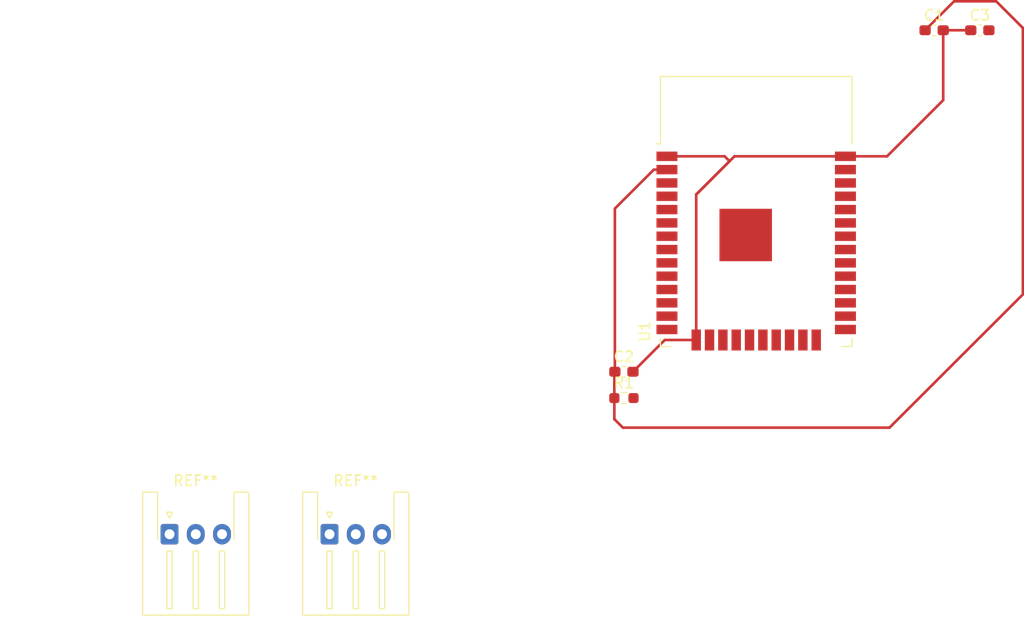
<source format=kicad_pcb>
(kicad_pcb (version 20211014) (generator pcbnew)
  (layers (0 "F.Cu" signal) (31 "B.Cu" signal) (34 "B.Paste" user) (35 "F.Paste" user) (36 "B.SilkS" user "B.Silkscreen") (37 "F.SilkS" user "F.Silkscreen") (38 "B.Mask" user) (39 "F.Mask" user) (44 "Edge.Cuts" user))
  (net 0 "")
  (net 34 "+3.3V")
  (net 35 "GND")
  (net 36 "Net-(C3-Pad2)")
  (footprint "Capacitor_SMD:C_0603_1608Metric_Pad1.08x0.95mm_HandSolder" (layer "F.Cu") (at 155.92 81.5)
    (fp_text reference "C3" (at 0 -1.43) (layer "F.SilkS"))
    (fp_text value "1uF")
    (fp_line (start -0.146267 -0.51) (end 0.146267 -0.51) (layer "F.SilkS") (width 0.12))
    (fp_line (start -0.146267 0.51) (end 0.146267 0.51) (layer "F.SilkS") (width 0.12))
    (pad "1" smd roundrect (at -0.8625 0) (size 1.075 0.95) (layers "F.Cu" "F.Paste" "F.Mask") (net 35 "GND"))
    (pad "2" smd roundrect (at 0.8625 0) (size 1.075 0.95) (layers "F.Cu" "F.Paste" "F.Mask") (net 36 "Net-(C3-Pad2)"))
  )
  (footprint "RF_Module:ESP32-WROOM-32" (layer "F.Cu") (at 134.62 101.77)
    (fp_text reference "U1" (at -10.61 8.43 90) (layer "F.SilkS"))
    (fp_text value "ESP32-WROOM-32")
    (fp_line (start 9.12 9.1) (end 9.12 9.88) (layer "F.SilkS") (width 0.12))
    (fp_line (start -9.12 9.88) (end -8.12 9.88) (layer "F.SilkS") (width 0.12))
    (fp_line (start -9.12 -9.445) (end -9.5 -9.445) (layer "F.SilkS") (width 0.12))
    (fp_line (start 9.12 -15.865) (end 9.12 -9.445) (layer "F.SilkS") (width 0.12))
    (fp_line (start -9.12 9.1) (end -9.12 9.88) (layer "F.SilkS") (width 0.12))
    (fp_line (start -9.12 -15.865) (end -9.12 -9.445) (layer "F.SilkS") (width 0.12))
    (fp_line (start 9.12 9.88) (end 8.12 9.88) (layer "F.SilkS") (width 0.12))
    (fp_line (start -9.12 -15.865) (end 9.12 -15.865) (layer "F.SilkS") (width 0.12))
    (pad "1" smd rect (at -8.5 -8.255) (size 2 0.9) (layers "F.Cu" "F.Paste" "F.Mask") (net 35 "GND"))
    (pad "2" smd rect (at -8.5 -6.985) (size 2 0.9) (layers "F.Cu" "F.Paste" "F.Mask") (net 34 "+3.3V"))
    (pad "3" smd rect (at -8.5 -5.715) (size 2 0.9) (layers "F.Cu" "F.Paste" "F.Mask") (net 36 "Net-(C3-Pad2)"))
    (pad "4" smd rect (at -8.5 -4.445) (size 2 0.9) (layers "F.Cu" "F.Paste" "F.Mask"))
    (pad "5" smd rect (at -8.5 -3.175) (size 2 0.9) (layers "F.Cu" "F.Paste" "F.Mask"))
    (pad "6" smd rect (at -8.5 -1.905) (size 2 0.9) (layers "F.Cu" "F.Paste" "F.Mask"))
    (pad "7" smd rect (at -8.5 -0.635) (size 2 0.9) (layers "F.Cu" "F.Paste" "F.Mask"))
    (pad "8" smd rect (at -8.5 0.635) (size 2 0.9) (layers "F.Cu" "F.Paste" "F.Mask"))
    (pad "9" smd rect (at -8.5 1.905) (size 2 0.9) (layers "F.Cu" "F.Paste" "F.Mask"))
    (pad "10" smd rect (at -8.5 3.175) (size 2 0.9) (layers "F.Cu" "F.Paste" "F.Mask"))
    (pad "11" smd rect (at -8.5 4.445) (size 2 0.9) (layers "F.Cu" "F.Paste" "F.Mask"))
    (pad "12" smd rect (at -8.5 5.715) (size 2 0.9) (layers "F.Cu" "F.Paste" "F.Mask"))
    (pad "13" smd rect (at -8.5 6.985) (size 2 0.9) (layers "F.Cu" "F.Paste" "F.Mask"))
    (pad "14" smd rect (at -8.5 8.255) (size 2 0.9) (layers "F.Cu" "F.Paste" "F.Mask"))
    (pad "15" smd rect (at -5.715 9.255 90) (size 2 0.9) (layers "F.Cu" "F.Paste" "F.Mask") (net 35 "GND"))
    (pad "16" smd rect (at -4.445 9.255 90) (size 2 0.9) (layers "F.Cu" "F.Paste" "F.Mask"))
    (pad "17" smd rect (at -3.175 9.255 90) (size 2 0.9) (layers "F.Cu" "F.Paste" "F.Mask"))
    (pad "18" smd rect (at -1.905 9.255 90) (size 2 0.9) (layers "F.Cu" "F.Paste" "F.Mask"))
    (pad "19" smd rect (at -0.635 9.255 90) (size 2 0.9) (layers "F.Cu" "F.Paste" "F.Mask"))
    (pad "20" smd rect (at 0.635 9.255 90) (size 2 0.9) (layers "F.Cu" "F.Paste" "F.Mask"))
    (pad "21" smd rect (at 1.905 9.255 90) (size 2 0.9) (layers "F.Cu" "F.Paste" "F.Mask"))
    (pad "22" smd rect (at 3.175 9.255 90) (size 2 0.9) (layers "F.Cu" "F.Paste" "F.Mask"))
    (pad "23" smd rect (at 4.445 9.255 90) (size 2 0.9) (layers "F.Cu" "F.Paste" "F.Mask"))
    (pad "24" smd rect (at 5.715 9.255 90) (size 2 0.9) (layers "F.Cu" "F.Paste" "F.Mask"))
    (pad "25" smd rect (at 8.5 8.255) (size 2 0.9) (layers "F.Cu" "F.Paste" "F.Mask"))
    (pad "26" smd rect (at 8.5 6.985) (size 2 0.9) (layers "F.Cu" "F.Paste" "F.Mask"))
    (pad "27" smd rect (at 8.5 5.715) (size 2 0.9) (layers "F.Cu" "F.Paste" "F.Mask"))
    (pad "28" smd rect (at 8.5 4.445) (size 2 0.9) (layers "F.Cu" "F.Paste" "F.Mask"))
    (pad "29" smd rect (at 8.5 3.175) (size 2 0.9) (layers "F.Cu" "F.Paste" "F.Mask"))
    (pad "30" smd rect (at 8.5 1.905) (size 2 0.9) (layers "F.Cu" "F.Paste" "F.Mask"))
    (pad "31" smd rect (at 8.5 0.635) (size 2 0.9) (layers "F.Cu" "F.Paste" "F.Mask"))
    (pad "32" smd rect (at 8.5 -0.635) (size 2 0.9) (layers "F.Cu" "F.Paste" "F.Mask"))
    (pad "33" smd rect (at 8.5 -1.905) (size 2 0.9) (layers "F.Cu" "F.Paste" "F.Mask"))
    (pad "34" smd rect (at 8.5 -3.175) (size 2 0.9) (layers "F.Cu" "F.Paste" "F.Mask"))
    (pad "35" smd rect (at 8.5 -4.445) (size 2 0.9) (layers "F.Cu" "F.Paste" "F.Mask"))
    (pad "36" smd rect (at 8.5 -5.715) (size 2 0.9) (layers "F.Cu" "F.Paste" "F.Mask"))
    (pad "37" smd rect (at 8.5 -6.985) (size 2 0.9) (layers "F.Cu" "F.Paste" "F.Mask"))
    (pad "38" smd rect (at 8.5 -8.255) (size 2 0.9) (layers "F.Cu" "F.Paste" "F.Mask") (net 35 "GND"))
    (pad "39" smd rect (at -1 -0.755) (size 5 5) (layers "F.Cu" "F.Paste" "F.Mask") (net 35 "GND"))
  )
  (footprint "Connector_JST:JST_XH_S3B-XH-A-1_1x03_P2.50mm_Horizontal" (layer "F.Cu") (at 78.74 129.54)
    (fp_text reference "REF**" (at 2.5 -5.1) (layer "F.SilkS"))
    (fp_text value "JST_XH_S3B-XH-A-1_1x03_P2.50mm_Horizontal")
    (fp_line (start 6.14 -4.01) (end 6.14 0.49) (layer "F.SilkS") (width 0.12))
    (fp_line (start 2.75 1.6) (end 2.25 1.6) (layer "F.SilkS") (width 0.12))
    (fp_line (start -0.25 7.1) (end 0.25 7.1) (layer "F.SilkS") (width 0.12))
    (fp_line (start 2.75 7.1) (end 2.75 1.6) (layer "F.SilkS") (width 0.12))
    (fp_line (start 2.5 7.71) (end 7.56 7.71) (layer "F.SilkS") (width 0.12))
    (fp_line (start 0.25 1.6) (end -0.25 1.6) (layer "F.SilkS") (width 0.12))
    (fp_line (start -1.14 -4.01) (end -1.14 0.49) (layer "F.SilkS") (width 0.12))
    (fp_line (start 2.25 7.1) (end 2.75 7.1) (layer "F.SilkS") (width 0.12))
    (fp_line (start -2.56 -4.01) (end -1.14 -4.01) (layer "F.SilkS") (width 0.12))
    (fp_line (start 7.56 -4.01) (end 6.14 -4.01) (layer "F.SilkS") (width 0.12))
    (fp_line (start -0.25 1.6) (end -0.25 7.1) (layer "F.SilkS") (width 0.12))
    (fp_line (start 5.25 7.1) (end 5.25 1.6) (layer "F.SilkS") (width 0.12))
    (fp_line (start 4.75 1.6) (end 4.75 7.1) (layer "F.SilkS") (width 0.12))
    (fp_line (start 0.3 -2.1) (end 0 -1.5) (layer "F.SilkS") (width 0.12))
    (fp_line (start 5.25 1.6) (end 4.75 1.6) (layer "F.SilkS") (width 0.12))
    (fp_line (start 7.56 7.71) (end 7.56 -4.01) (layer "F.SilkS") (width 0.12))
    (fp_line (start 0.25 7.1) (end 0.25 1.6) (layer "F.SilkS") (width 0.12))
    (fp_line (start 0 -1.5) (end -0.3 -2.1) (layer "F.SilkS") (width 0.12))
    (fp_line (start 4.75 7.1) (end 5.25 7.1) (layer "F.SilkS") (width 0.12))
    (fp_line (start 2.25 1.6) (end 2.25 7.1) (layer "F.SilkS") (width 0.12))
    (fp_line (start -2.56 7.71) (end -2.56 -4.01) (layer "F.SilkS") (width 0.12))
    (fp_line (start 2.5 7.71) (end -2.56 7.71) (layer "F.SilkS") (width 0.12))
    (fp_line (start -0.3 -2.1) (end 0.3 -2.1) (layer "F.SilkS") (width 0.12))
    (pad "1" thru_hole roundrect (at 0 0) (size 1.7 1.95) (drill 0.95) (layers *.Cu *.Mask) (roundrect_rratio 0.147059))
    (pad "2" thru_hole oval (at 2.5 0) (size 1.7 1.95) (drill 0.95) (layers *.Cu *.Mask))
    (pad "3" thru_hole oval (at 5 0) (size 1.7 1.95) (drill 0.95) (layers *.Cu *.Mask))
  )
  (footprint "Connector_JST:JST_XH_S3B-XH-A-1_1x03_P2.50mm_Horizontal" (layer "F.Cu") (at 93.98 129.54)
    (fp_text reference "REF**" (at 2.5 -5.1) (layer "F.SilkS"))
    (fp_text value "JST_XH_S3B-XH-A-1_1x03_P2.50mm_Horizontal")
    (fp_line (start -2.56 7.71) (end -2.56 -4.01) (layer "F.SilkS") (width 0.12))
    (fp_line (start 0.25 1.6) (end -0.25 1.6) (layer "F.SilkS") (width 0.12))
    (fp_line (start 2.5 7.71) (end 7.56 7.71) (layer "F.SilkS") (width 0.12))
    (fp_line (start -0.25 1.6) (end -0.25 7.1) (layer "F.SilkS") (width 0.12))
    (fp_line (start 2.75 1.6) (end 2.25 1.6) (layer "F.SilkS") (width 0.12))
    (fp_line (start 7.56 7.71) (end 7.56 -4.01) (layer "F.SilkS") (width 0.12))
    (fp_line (start 6.14 -4.01) (end 6.14 0.49) (layer "F.SilkS") (width 0.12))
    (fp_line (start 2.5 7.71) (end -2.56 7.71) (layer "F.SilkS") (width 0.12))
    (fp_line (start -0.3 -2.1) (end 0.3 -2.1) (layer "F.SilkS") (width 0.12))
    (fp_line (start 5.25 7.1) (end 5.25 1.6) (layer "F.SilkS") (width 0.12))
    (fp_line (start 7.56 -4.01) (end 6.14 -4.01) (layer "F.SilkS") (width 0.12))
    (fp_line (start -2.56 -4.01) (end -1.14 -4.01) (layer "F.SilkS") (width 0.12))
    (fp_line (start 0.3 -2.1) (end 0 -1.5) (layer "F.SilkS") (width 0.12))
    (fp_line (start 4.75 7.1) (end 5.25 7.1) (layer "F.SilkS") (width 0.12))
    (fp_line (start 0 -1.5) (end -0.3 -2.1) (layer "F.SilkS") (width 0.12))
    (fp_line (start 0.25 7.1) (end 0.25 1.6) (layer "F.SilkS") (width 0.12))
    (fp_line (start 5.25 1.6) (end 4.75 1.6) (layer "F.SilkS") (width 0.12))
    (fp_line (start -0.25 7.1) (end 0.25 7.1) (layer "F.SilkS") (width 0.12))
    (fp_line (start 2.25 7.1) (end 2.75 7.1) (layer "F.SilkS") (width 0.12))
    (fp_line (start 2.75 7.1) (end 2.75 1.6) (layer "F.SilkS") (width 0.12))
    (fp_line (start 2.25 1.6) (end 2.25 7.1) (layer "F.SilkS") (width 0.12))
    (fp_line (start 4.75 1.6) (end 4.75 7.1) (layer "F.SilkS") (width 0.12))
    (fp_line (start -1.14 -4.01) (end -1.14 0.49) (layer "F.SilkS") (width 0.12))
    (pad "1" thru_hole roundrect (at 0 0) (size 1.7 1.95) (drill 0.95) (layers *.Cu *.Mask) (roundrect_rratio 0.147059))
    (pad "2" thru_hole oval (at 2.5 0) (size 1.7 1.95) (drill 0.95) (layers *.Cu *.Mask))
    (pad "3" thru_hole oval (at 5 0) (size 1.7 1.95) (drill 0.95) (layers *.Cu *.Mask))
  )
  (footprint "Resistor_SMD:R_0603_1608Metric_Pad0.98x0.95mm_HandSolder" (layer "F.Cu") (at 122.02 116.56)
    (fp_text reference "R1" (at 0 -1.43) (layer "F.SilkS"))
    (fp_text value "10k")
    (fp_line (start -0.254724 -0.5225) (end 0.254724 -0.5225) (layer "F.SilkS") (width 0.12))
    (fp_line (start -0.254724 0.5225) (end 0.254724 0.5225) (layer "F.SilkS") (width 0.12))
    (pad "1" smd roundrect (at -0.9125 0) (size 0.975 0.95) (layers "F.Cu" "F.Paste" "F.Mask") (net 34 "+3.3V"))
    (pad "2" smd roundrect (at 0.9125 0) (size 0.975 0.95) (layers "F.Cu" "F.Paste" "F.Mask") (net 36 "Net-(C3-Pad2)"))
  )
  (footprint "Capacitor_SMD:C_0603_1608Metric_Pad1.08x0.95mm_HandSolder" (layer "F.Cu") (at 151.57 81.5)
    (fp_text reference "C1" (at 0 -1.43) (layer "F.SilkS"))
    (fp_text value "10uF")
    (fp_line (start -0.146267 0.51) (end 0.146267 0.51) (layer "F.SilkS") (width 0.12))
    (fp_line (start -0.146267 -0.51) (end 0.146267 -0.51) (layer "F.SilkS") (width 0.12))
    (pad "1" smd roundrect (at -0.8625 0) (size 1.075 0.95) (layers "F.Cu" "F.Paste" "F.Mask") (net 34 "+3.3V"))
    (pad "2" smd roundrect (at 0.8625 0) (size 1.075 0.95) (layers "F.Cu" "F.Paste" "F.Mask") (net 35 "GND"))
  )
  (footprint "Capacitor_SMD:C_0603_1608Metric_Pad1.08x0.95mm_HandSolder" (layer "F.Cu") (at 122.02 114.05)
    (fp_text reference "C2" (at 0 -1.43) (layer "F.SilkS"))
    (fp_text value "0.1uF")
    (fp_line (start -0.146267 -0.51) (end 0.146267 -0.51) (layer "F.SilkS") (width 0.12))
    (fp_line (start -0.146267 0.51) (end 0.146267 0.51) (layer "F.SilkS") (width 0.12))
    (pad "1" smd roundrect (at -0.8625 0) (size 1.075 0.95) (layers "F.Cu" "F.Paste" "F.Mask") (net 34 "+3.3V"))
    (pad "2" smd roundrect (at 0.8625 0) (size 1.075 0.95) (layers "F.Cu" "F.Paste" "F.Mask") (net 35 "GND"))
  )
  (segment (start 121.1575 114.05) (end 121.1075 114.1) (width 0.25) (layer "F.Cu") (net 34))
  (segment (start 121.1575 98.4975) (end 124.87 94.785) (width 0.25) (layer "F.Cu") (net 34))
  (segment (start 157.48 78.74) (end 160.02 81.28) (width 0.25) (layer "F.Cu") (net 34))
  (segment (start 150.7075 81.5) (end 153.4675 78.74) (width 0.25) (layer "F.Cu") (net 34))
  (segment (start 147.32 119.38) (end 121.92 119.38) (width 0.25) (layer "F.Cu") (net 34))
  (segment (start 121.1075 118.5675) (end 121.1075 116.56) (width 0.25) (layer "F.Cu") (net 34))
  (segment (start 121.1575 114.05) (end 121.1575 98.4975) (width 0.25) (layer "F.Cu") (net 34))
  (segment (start 153.4675 78.74) (end 157.48 78.74) (width 0.25) (layer "F.Cu") (net 34))
  (segment (start 121.92 119.38) (end 121.1075 118.5675) (width 0.25) (layer "F.Cu") (net 34))
  (segment (start 160.02 81.28) (end 160.02 106.68) (width 0.25) (layer "F.Cu") (net 34))
  (segment (start 124.87 94.785) (end 126.12 94.785) (width 0.25) (layer "F.Cu") (net 34))
  (segment (start 160.02 106.68) (end 147.32 119.38) (width 0.25) (layer "F.Cu") (net 34))
  (segment (start 121.1075 114.1) (end 121.1075 116.56) (width 0.25) (layer "F.Cu") (net 34))
  (segment (start 128.905 97.155) (end 128.905 111.025) (width 0.25) (layer "F.Cu") (net 35))
  (segment (start 147.081778 93.515) (end 143.12 93.515) (width 0.25) (layer "F.Cu") (net 35))
  (segment (start 152.4325 88.164278) (end 147.081778 93.515) (width 0.25) (layer "F.Cu") (net 35))
  (segment (start 152.4325 81.5) (end 155.0575 81.5) (width 0.25) (layer "F.Cu") (net 35))
  (segment (start 126.12 93.515) (end 131.615 93.515) (width 0.25) (layer "F.Cu") (net 35))
  (segment (start 125.9075 111.025) (end 122.8825 114.05) (width 0.25) (layer "F.Cu") (net 35))
  (segment (start 143.12 93.515) (end 132.545 93.515) (width 0.25) (layer "F.Cu") (net 35))
  (segment (start 132.08 93.98) (end 128.905 97.155) (width 0.25) (layer "F.Cu") (net 35))
  (segment (start 128.905 111.025) (end 125.9075 111.025) (width 0.25) (layer "F.Cu") (net 35))
  (segment (start 132.545 93.515) (end 128.905 97.155) (width 0.25) (layer "F.Cu") (net 35))
  (segment (start 152.4325 81.5) (end 152.4325 88.164278) (width 0.25) (layer "F.Cu") (net 35))
  (segment (start 131.615 93.515) (end 132.08 93.98) (width 0.25) (layer "F.Cu") (net 35))
)
</source>
